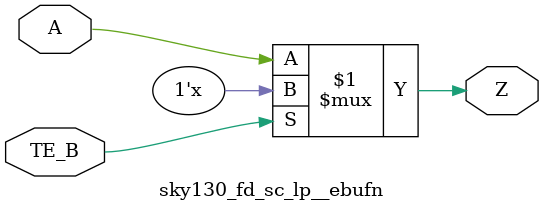
<source format=v>
/*
 * Copyright 2020 The SkyWater PDK Authors
 *
 * Licensed under the Apache License, Version 2.0 (the "License");
 * you may not use this file except in compliance with the License.
 * You may obtain a copy of the License at
 *
 *     https://www.apache.org/licenses/LICENSE-2.0
 *
 * Unless required by applicable law or agreed to in writing, software
 * distributed under the License is distributed on an "AS IS" BASIS,
 * WITHOUT WARRANTIES OR CONDITIONS OF ANY KIND, either express or implied.
 * See the License for the specific language governing permissions and
 * limitations under the License.
 *
 * SPDX-License-Identifier: Apache-2.0
*/


`ifndef SKY130_FD_SC_LP__EBUFN_FUNCTIONAL_V
`define SKY130_FD_SC_LP__EBUFN_FUNCTIONAL_V

/**
 * ebufn: Tri-state buffer, negative enable.
 *
 * Verilog simulation functional model.
 */

`timescale 1ns / 1ps
`default_nettype none

`celldefine
module sky130_fd_sc_lp__ebufn (
    Z   ,
    A   ,
    TE_B
);

    // Module ports
    output Z   ;
    input  A   ;
    input  TE_B;

    //     Name     Output  Other arguments
    bufif0 bufif00 (Z     , A, TE_B        );

endmodule
`endcelldefine

`default_nettype wire
`endif  // SKY130_FD_SC_LP__EBUFN_FUNCTIONAL_V

</source>
